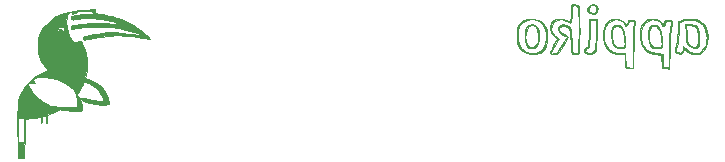
<source format=gbo>
G04 #@! TF.GenerationSoftware,KiCad,Pcbnew,5.1.4-e60b266~84~ubuntu18.04.1*
G04 #@! TF.CreationDate,2019-09-12T19:10:06+05:30*
G04 #@! TF.ProjectId,SenseCam_SFH4715AS_rev1,53656e73-6543-4616-9d5f-534648343731,rev?*
G04 #@! TF.SameCoordinates,Original*
G04 #@! TF.FileFunction,Legend,Bot*
G04 #@! TF.FilePolarity,Positive*
%FSLAX46Y46*%
G04 Gerber Fmt 4.6, Leading zero omitted, Abs format (unit mm)*
G04 Created by KiCad (PCBNEW 5.1.4-e60b266~84~ubuntu18.04.1) date 2019-09-12 19:10:06*
%MOMM*%
%LPD*%
G04 APERTURE LIST*
%ADD10C,0.010000*%
G04 APERTURE END LIST*
D10*
G36*
X55660086Y-13058463D02*
G01*
X55457113Y-13252763D01*
X55345494Y-13581929D01*
X55323211Y-14050323D01*
X55343168Y-14321177D01*
X55400167Y-14674849D01*
X55498223Y-14890187D01*
X55661960Y-14997392D01*
X55916004Y-15026665D01*
X55918416Y-15026666D01*
X56167738Y-14997706D01*
X56328688Y-14887341D01*
X56391147Y-14803257D01*
X56489524Y-14559845D01*
X56533722Y-14197548D01*
X56534999Y-14134842D01*
X56461538Y-14134842D01*
X56419734Y-14468279D01*
X56329573Y-14719898D01*
X56291592Y-14772013D01*
X56070440Y-14911168D01*
X55820016Y-14920994D01*
X55600629Y-14807981D01*
X55511013Y-14688000D01*
X55421563Y-14393662D01*
X55398040Y-14040937D01*
X55434262Y-13683199D01*
X55524047Y-13373820D01*
X55661213Y-13166173D01*
X55689842Y-13144129D01*
X55920062Y-13081894D01*
X56166466Y-13150836D01*
X56295310Y-13253428D01*
X56399475Y-13466437D01*
X56454835Y-13780568D01*
X56461538Y-14134842D01*
X56534999Y-14134842D01*
X56537530Y-14010666D01*
X56506617Y-13552512D01*
X56408740Y-13239505D01*
X56236188Y-13058167D01*
X55981251Y-12995016D01*
X55956430Y-12994666D01*
X55660086Y-13058463D01*
X55660086Y-13058463D01*
G37*
X55660086Y-13058463D02*
X55457113Y-13252763D01*
X55345494Y-13581929D01*
X55323211Y-14050323D01*
X55343168Y-14321177D01*
X55400167Y-14674849D01*
X55498223Y-14890187D01*
X55661960Y-14997392D01*
X55916004Y-15026665D01*
X55918416Y-15026666D01*
X56167738Y-14997706D01*
X56328688Y-14887341D01*
X56391147Y-14803257D01*
X56489524Y-14559845D01*
X56533722Y-14197548D01*
X56534999Y-14134842D01*
X56461538Y-14134842D01*
X56419734Y-14468279D01*
X56329573Y-14719898D01*
X56291592Y-14772013D01*
X56070440Y-14911168D01*
X55820016Y-14920994D01*
X55600629Y-14807981D01*
X55511013Y-14688000D01*
X55421563Y-14393662D01*
X55398040Y-14040937D01*
X55434262Y-13683199D01*
X55524047Y-13373820D01*
X55661213Y-13166173D01*
X55689842Y-13144129D01*
X55920062Y-13081894D01*
X56166466Y-13150836D01*
X56295310Y-13253428D01*
X56399475Y-13466437D01*
X56454835Y-13780568D01*
X56461538Y-14134842D01*
X56534999Y-14134842D01*
X56537530Y-14010666D01*
X56506617Y-13552512D01*
X56408740Y-13239505D01*
X56236188Y-13058167D01*
X55981251Y-12995016D01*
X55956430Y-12994666D01*
X55660086Y-13058463D01*
G36*
X68694667Y-14899666D02*
G01*
X68737000Y-14942000D01*
X68779334Y-14899666D01*
X68737000Y-14857333D01*
X68694667Y-14899666D01*
X68694667Y-14899666D01*
G37*
X68694667Y-14899666D02*
X68737000Y-14942000D01*
X68779334Y-14899666D01*
X68737000Y-14857333D01*
X68694667Y-14899666D01*
G36*
X68961410Y-13750601D02*
G01*
X68985343Y-14151466D01*
X69025785Y-14426898D01*
X69091848Y-14620634D01*
X69168705Y-14745434D01*
X69381655Y-14933283D01*
X69630276Y-15013810D01*
X69860933Y-14977293D01*
X69971879Y-14891027D01*
X70048452Y-14703570D01*
X70089769Y-14405368D01*
X70096827Y-14051085D01*
X70096665Y-14048876D01*
X70007000Y-14048876D01*
X69975807Y-14490250D01*
X69885977Y-14787726D01*
X69743132Y-14936079D01*
X69552896Y-14930084D01*
X69320893Y-14764515D01*
X69280926Y-14723562D01*
X69176285Y-14590314D01*
X69110410Y-14432203D01*
X69071733Y-14203410D01*
X69048687Y-13858115D01*
X69045812Y-13792229D01*
X69015957Y-13079333D01*
X69350190Y-13079333D01*
X69641785Y-13115288D01*
X69837607Y-13237970D01*
X69952713Y-13469603D01*
X70002159Y-13832413D01*
X70007000Y-14048876D01*
X70096665Y-14048876D01*
X70070618Y-13695386D01*
X70012138Y-13392933D01*
X69941549Y-13224132D01*
X69826779Y-13084334D01*
X69681971Y-13016137D01*
X69445890Y-12995311D01*
X69361625Y-12994666D01*
X68931819Y-12994666D01*
X68961410Y-13750601D01*
X68961410Y-13750601D01*
G37*
X68961410Y-13750601D02*
X68985343Y-14151466D01*
X69025785Y-14426898D01*
X69091848Y-14620634D01*
X69168705Y-14745434D01*
X69381655Y-14933283D01*
X69630276Y-15013810D01*
X69860933Y-14977293D01*
X69971879Y-14891027D01*
X70048452Y-14703570D01*
X70089769Y-14405368D01*
X70096827Y-14051085D01*
X70096665Y-14048876D01*
X70007000Y-14048876D01*
X69975807Y-14490250D01*
X69885977Y-14787726D01*
X69743132Y-14936079D01*
X69552896Y-14930084D01*
X69320893Y-14764515D01*
X69280926Y-14723562D01*
X69176285Y-14590314D01*
X69110410Y-14432203D01*
X69071733Y-14203410D01*
X69048687Y-13858115D01*
X69045812Y-13792229D01*
X69015957Y-13079333D01*
X69350190Y-13079333D01*
X69641785Y-13115288D01*
X69837607Y-13237970D01*
X69952713Y-13469603D01*
X70002159Y-13832413D01*
X70007000Y-14048876D01*
X70096665Y-14048876D01*
X70070618Y-13695386D01*
X70012138Y-13392933D01*
X69941549Y-13224132D01*
X69826779Y-13084334D01*
X69681971Y-13016137D01*
X69445890Y-12995311D01*
X69361625Y-12994666D01*
X68931819Y-12994666D01*
X68961410Y-13750601D01*
G36*
X62953795Y-13023056D02*
G01*
X62804012Y-13118209D01*
X62713331Y-13319772D01*
X62668726Y-13651006D01*
X62658450Y-13934753D01*
X62681752Y-14386984D01*
X62777153Y-14700606D01*
X62958471Y-14895997D01*
X63239526Y-14993535D01*
X63387604Y-15010026D01*
X63629309Y-15017054D01*
X63754766Y-14981119D01*
X63815878Y-14879230D01*
X63834653Y-14811998D01*
X63854044Y-14610205D01*
X63785091Y-14610205D01*
X63755567Y-14809306D01*
X63633616Y-14920795D01*
X63424834Y-14946307D01*
X63184883Y-14891354D01*
X62969423Y-14761450D01*
X62935187Y-14728048D01*
X62826574Y-14589431D01*
X62767000Y-14430682D01*
X62743908Y-14198943D01*
X62743336Y-13920573D01*
X62763218Y-13588865D01*
X62806593Y-13328945D01*
X62858827Y-13198910D01*
X63039587Y-13093344D01*
X63256937Y-13122626D01*
X63465029Y-13273691D01*
X63555099Y-13397309D01*
X63648817Y-13633179D01*
X63724322Y-13955742D01*
X63772713Y-14302313D01*
X63785091Y-14610205D01*
X63854044Y-14610205D01*
X63864431Y-14502126D01*
X63837653Y-14110408D01*
X63764094Y-13710796D01*
X63653528Y-13377246D01*
X63641715Y-13352215D01*
X63514318Y-13140879D01*
X63364703Y-13042550D01*
X63175705Y-13011052D01*
X62953795Y-13023056D01*
X62953795Y-13023056D01*
G37*
X62953795Y-13023056D02*
X62804012Y-13118209D01*
X62713331Y-13319772D01*
X62668726Y-13651006D01*
X62658450Y-13934753D01*
X62681752Y-14386984D01*
X62777153Y-14700606D01*
X62958471Y-14895997D01*
X63239526Y-14993535D01*
X63387604Y-15010026D01*
X63629309Y-15017054D01*
X63754766Y-14981119D01*
X63815878Y-14879230D01*
X63834653Y-14811998D01*
X63854044Y-14610205D01*
X63785091Y-14610205D01*
X63755567Y-14809306D01*
X63633616Y-14920795D01*
X63424834Y-14946307D01*
X63184883Y-14891354D01*
X62969423Y-14761450D01*
X62935187Y-14728048D01*
X62826574Y-14589431D01*
X62767000Y-14430682D01*
X62743908Y-14198943D01*
X62743336Y-13920573D01*
X62763218Y-13588865D01*
X62806593Y-13328945D01*
X62858827Y-13198910D01*
X63039587Y-13093344D01*
X63256937Y-13122626D01*
X63465029Y-13273691D01*
X63555099Y-13397309D01*
X63648817Y-13633179D01*
X63724322Y-13955742D01*
X63772713Y-14302313D01*
X63785091Y-14610205D01*
X63854044Y-14610205D01*
X63864431Y-14502126D01*
X63837653Y-14110408D01*
X63764094Y-13710796D01*
X63653528Y-13377246D01*
X63641715Y-13352215D01*
X63514318Y-13140879D01*
X63364703Y-13042550D01*
X63175705Y-13011052D01*
X62953795Y-13023056D01*
G36*
X66092282Y-13017084D02*
G01*
X65949011Y-13098254D01*
X65854848Y-13284192D01*
X65786082Y-13604529D01*
X65774681Y-13678019D01*
X65761349Y-14049421D01*
X65817102Y-14424137D01*
X65928576Y-14739884D01*
X66035952Y-14895856D01*
X66219289Y-14986849D01*
X66503845Y-15026207D01*
X66540102Y-15026666D01*
X66777928Y-15014709D01*
X66900330Y-14960668D01*
X66960569Y-14837289D01*
X66968456Y-14807471D01*
X66987193Y-14610246D01*
X66917768Y-14610246D01*
X66888234Y-14809306D01*
X66768367Y-14913887D01*
X66559060Y-14944904D01*
X66321733Y-14905703D01*
X66117804Y-14799631D01*
X66081347Y-14765340D01*
X65949801Y-14556292D01*
X65862440Y-14299067D01*
X65861795Y-14295670D01*
X65837946Y-13999095D01*
X65859543Y-13676782D01*
X65917719Y-13387823D01*
X66003603Y-13191310D01*
X66032211Y-13160228D01*
X66237165Y-13085842D01*
X66460003Y-13154490D01*
X66658507Y-13350901D01*
X66687619Y-13397309D01*
X66781406Y-13633164D01*
X66856966Y-13955736D01*
X66905389Y-14302328D01*
X66917768Y-14610246D01*
X66987193Y-14610246D01*
X66997516Y-14501595D01*
X66970718Y-14113186D01*
X66897870Y-13715795D01*
X66788781Y-13382971D01*
X66774382Y-13352215D01*
X66646985Y-13140879D01*
X66497370Y-13042550D01*
X66308371Y-13011052D01*
X66092282Y-13017084D01*
X66092282Y-13017084D01*
G37*
X66092282Y-13017084D02*
X65949011Y-13098254D01*
X65854848Y-13284192D01*
X65786082Y-13604529D01*
X65774681Y-13678019D01*
X65761349Y-14049421D01*
X65817102Y-14424137D01*
X65928576Y-14739884D01*
X66035952Y-14895856D01*
X66219289Y-14986849D01*
X66503845Y-15026207D01*
X66540102Y-15026666D01*
X66777928Y-15014709D01*
X66900330Y-14960668D01*
X66960569Y-14837289D01*
X66968456Y-14807471D01*
X66987193Y-14610246D01*
X66917768Y-14610246D01*
X66888234Y-14809306D01*
X66768367Y-14913887D01*
X66559060Y-14944904D01*
X66321733Y-14905703D01*
X66117804Y-14799631D01*
X66081347Y-14765340D01*
X65949801Y-14556292D01*
X65862440Y-14299067D01*
X65861795Y-14295670D01*
X65837946Y-13999095D01*
X65859543Y-13676782D01*
X65917719Y-13387823D01*
X66003603Y-13191310D01*
X66032211Y-13160228D01*
X66237165Y-13085842D01*
X66460003Y-13154490D01*
X66658507Y-13350901D01*
X66687619Y-13397309D01*
X66781406Y-13633164D01*
X66856966Y-13955736D01*
X66905389Y-14302328D01*
X66917768Y-14610246D01*
X66987193Y-14610246D01*
X66997516Y-14501595D01*
X66970718Y-14113186D01*
X66897870Y-13715795D01*
X66788781Y-13382971D01*
X66774382Y-13352215D01*
X66646985Y-13140879D01*
X66497370Y-13042550D01*
X66308371Y-13011052D01*
X66092282Y-13017084D01*
G36*
X60826448Y-11342142D02*
G01*
X60674103Y-11518140D01*
X60642253Y-11754459D01*
X60716978Y-11950787D01*
X60870765Y-12061064D01*
X61099456Y-12107644D01*
X61315820Y-12075667D01*
X61349834Y-12058598D01*
X61460102Y-11907120D01*
X61493345Y-11689455D01*
X61389827Y-11689455D01*
X61357497Y-11891151D01*
X61327755Y-11937432D01*
X61190909Y-12047992D01*
X61027498Y-12035250D01*
X60899768Y-11975687D01*
X60762832Y-11829488D01*
X60745516Y-11643329D01*
X60823991Y-11467228D01*
X60974427Y-11351205D01*
X61172998Y-11345280D01*
X61196265Y-11353309D01*
X61329883Y-11482632D01*
X61389827Y-11689455D01*
X61493345Y-11689455D01*
X61495245Y-11677018D01*
X61447219Y-11445148D01*
X61419486Y-11393055D01*
X61287829Y-11308676D01*
X61076921Y-11273115D01*
X61074667Y-11273111D01*
X60826448Y-11342142D01*
X60826448Y-11342142D01*
G37*
X60826448Y-11342142D02*
X60674103Y-11518140D01*
X60642253Y-11754459D01*
X60716978Y-11950787D01*
X60870765Y-12061064D01*
X61099456Y-12107644D01*
X61315820Y-12075667D01*
X61349834Y-12058598D01*
X61460102Y-11907120D01*
X61493345Y-11689455D01*
X61389827Y-11689455D01*
X61357497Y-11891151D01*
X61327755Y-11937432D01*
X61190909Y-12047992D01*
X61027498Y-12035250D01*
X60899768Y-11975687D01*
X60762832Y-11829488D01*
X60745516Y-11643329D01*
X60823991Y-11467228D01*
X60974427Y-11351205D01*
X61172998Y-11345280D01*
X61196265Y-11353309D01*
X61329883Y-11482632D01*
X61389827Y-11689455D01*
X61493345Y-11689455D01*
X61495245Y-11677018D01*
X61447219Y-11445148D01*
X61419486Y-11393055D01*
X61287829Y-11308676D01*
X61076921Y-11273115D01*
X61074667Y-11273111D01*
X60826448Y-11342142D01*
G36*
X55490214Y-12532087D02*
G01*
X55122458Y-12672309D01*
X54863150Y-12934729D01*
X54706121Y-13326219D01*
X54645199Y-13853651D01*
X54644067Y-13986780D01*
X54697593Y-14543920D01*
X54853056Y-14968687D01*
X55116081Y-15267985D01*
X55492291Y-15448714D01*
X55887696Y-15513180D01*
X56253459Y-15513141D01*
X56532187Y-15448197D01*
X56672000Y-15382087D01*
X56937057Y-15146204D01*
X57122077Y-14799741D01*
X57226144Y-14381828D01*
X57233290Y-14236863D01*
X57164627Y-14236863D01*
X57081773Y-14659482D01*
X56904154Y-15021745D01*
X56642977Y-15275900D01*
X56282592Y-15416791D01*
X55869403Y-15441553D01*
X55474108Y-15349901D01*
X55337727Y-15281124D01*
X55024268Y-15024090D01*
X54828453Y-14693046D01*
X54736424Y-14258684D01*
X54724984Y-13985295D01*
X54758185Y-13505782D01*
X54868149Y-13147441D01*
X55069509Y-12873922D01*
X55223293Y-12747341D01*
X55547114Y-12607985D01*
X55939054Y-12570919D01*
X56332113Y-12636373D01*
X56571090Y-12742732D01*
X56855947Y-13006823D01*
X57050579Y-13370538D01*
X57153851Y-13793883D01*
X57164627Y-14236863D01*
X57233290Y-14236863D01*
X57248340Y-13931599D01*
X57187748Y-13488184D01*
X57043452Y-13090715D01*
X56814534Y-12778325D01*
X56734589Y-12711013D01*
X56464682Y-12581410D01*
X56072814Y-12514168D01*
X55972589Y-12507191D01*
X55490214Y-12532087D01*
X55490214Y-12532087D01*
G37*
X55490214Y-12532087D02*
X55122458Y-12672309D01*
X54863150Y-12934729D01*
X54706121Y-13326219D01*
X54645199Y-13853651D01*
X54644067Y-13986780D01*
X54697593Y-14543920D01*
X54853056Y-14968687D01*
X55116081Y-15267985D01*
X55492291Y-15448714D01*
X55887696Y-15513180D01*
X56253459Y-15513141D01*
X56532187Y-15448197D01*
X56672000Y-15382087D01*
X56937057Y-15146204D01*
X57122077Y-14799741D01*
X57226144Y-14381828D01*
X57233290Y-14236863D01*
X57164627Y-14236863D01*
X57081773Y-14659482D01*
X56904154Y-15021745D01*
X56642977Y-15275900D01*
X56282592Y-15416791D01*
X55869403Y-15441553D01*
X55474108Y-15349901D01*
X55337727Y-15281124D01*
X55024268Y-15024090D01*
X54828453Y-14693046D01*
X54736424Y-14258684D01*
X54724984Y-13985295D01*
X54758185Y-13505782D01*
X54868149Y-13147441D01*
X55069509Y-12873922D01*
X55223293Y-12747341D01*
X55547114Y-12607985D01*
X55939054Y-12570919D01*
X56332113Y-12636373D01*
X56571090Y-12742732D01*
X56855947Y-13006823D01*
X57050579Y-13370538D01*
X57153851Y-13793883D01*
X57164627Y-14236863D01*
X57233290Y-14236863D01*
X57248340Y-13931599D01*
X57187748Y-13488184D01*
X57043452Y-13090715D01*
X56814534Y-12778325D01*
X56734589Y-12711013D01*
X56464682Y-12581410D01*
X56072814Y-12514168D01*
X55972589Y-12507191D01*
X55490214Y-12532087D01*
G36*
X59317834Y-11291961D02*
G01*
X59262944Y-11353894D01*
X59229013Y-11540048D01*
X59213573Y-11868542D01*
X59212000Y-12069380D01*
X59209347Y-12428763D01*
X59197930Y-12644376D01*
X59172560Y-12741746D01*
X59128051Y-12746397D01*
X59082279Y-12707706D01*
X58859320Y-12580091D01*
X58537794Y-12509324D01*
X58182349Y-12507148D01*
X58068360Y-12523534D01*
X57765713Y-12657072D01*
X57568810Y-12914254D01*
X57489531Y-13277784D01*
X57488965Y-13367030D01*
X57521987Y-13616060D01*
X57631775Y-13807949D01*
X57798207Y-13969601D01*
X58098455Y-14229145D01*
X57759806Y-14761776D01*
X57601362Y-15035318D01*
X57496383Y-15264659D01*
X57464896Y-15405113D01*
X57467255Y-15414537D01*
X57580809Y-15503915D01*
X57783266Y-15531033D01*
X58005481Y-15494415D01*
X58137445Y-15428833D01*
X58249695Y-15304301D01*
X58406731Y-15080265D01*
X58582041Y-14801349D01*
X58749114Y-14512183D01*
X58881439Y-14257391D01*
X58952504Y-14081602D01*
X58958000Y-14047583D01*
X58888378Y-13939288D01*
X58717286Y-13820647D01*
X58682049Y-13802997D01*
X58417575Y-13633584D01*
X58266885Y-13444063D01*
X58249588Y-13264315D01*
X58286173Y-13199698D01*
X58475950Y-13088498D01*
X58717298Y-13096069D01*
X58949831Y-13214146D01*
X59036522Y-13302418D01*
X59114495Y-13420828D01*
X59165553Y-13563418D01*
X59195171Y-13766900D01*
X59208826Y-14067985D01*
X59212000Y-14478692D01*
X59215744Y-14904929D01*
X59229517Y-15190572D01*
X59257138Y-15364248D01*
X59302421Y-15454583D01*
X59345925Y-15483274D01*
X59646775Y-15524982D01*
X59868167Y-15478593D01*
X59903997Y-15422134D01*
X59931369Y-15274817D01*
X59951104Y-15020907D01*
X59964023Y-14644669D01*
X59970947Y-14130367D01*
X59972704Y-13474444D01*
X59970266Y-13010324D01*
X59889345Y-13010324D01*
X59889334Y-13401231D01*
X59886801Y-13957747D01*
X59879701Y-14456986D01*
X59868780Y-14874249D01*
X59854785Y-15184836D01*
X59838462Y-15364048D01*
X59829002Y-15397442D01*
X59707075Y-15434526D01*
X59553836Y-15432720D01*
X59463605Y-15417286D01*
X59401692Y-15376744D01*
X59361090Y-15282392D01*
X59334793Y-15105528D01*
X59315795Y-14817453D01*
X59297091Y-14389464D01*
X59296667Y-14379173D01*
X59266602Y-13860113D01*
X59218140Y-13487157D01*
X59139819Y-13237221D01*
X59020176Y-13087218D01*
X58847746Y-13014062D01*
X58611066Y-12994667D01*
X58609190Y-12994666D01*
X58341647Y-13051063D01*
X58188831Y-13195253D01*
X58151566Y-13389730D01*
X58230672Y-13596991D01*
X58426973Y-13779533D01*
X58590282Y-13857664D01*
X58777451Y-13940829D01*
X58870918Y-14012698D01*
X58873334Y-14021607D01*
X58832087Y-14125387D01*
X58725170Y-14328859D01*
X58577816Y-14588851D01*
X58415257Y-14862189D01*
X58262729Y-15105701D01*
X58145463Y-15276214D01*
X58125072Y-15301833D01*
X57998243Y-15383462D01*
X57813568Y-15439187D01*
X57635309Y-15458013D01*
X57527730Y-15428944D01*
X57518667Y-15405591D01*
X57560719Y-15317640D01*
X57671836Y-15125960D01*
X57829460Y-14869226D01*
X57857334Y-14824942D01*
X58021071Y-14555550D01*
X58141295Y-14338434D01*
X58195078Y-14215369D01*
X58196000Y-14207939D01*
X58133849Y-14109582D01*
X57980160Y-13968696D01*
X57937745Y-13936241D01*
X57668950Y-13661820D01*
X57560980Y-13360537D01*
X57611179Y-13060393D01*
X57811282Y-12773005D01*
X58102428Y-12608000D01*
X58450656Y-12573540D01*
X58822001Y-12677782D01*
X58939375Y-12741284D01*
X59090130Y-12826075D01*
X59190385Y-12845969D01*
X59251960Y-12778374D01*
X59286670Y-12600701D01*
X59306333Y-12290359D01*
X59316164Y-12021000D01*
X59330949Y-11684601D01*
X59353697Y-11484852D01*
X59394036Y-11389079D01*
X59461596Y-11364605D01*
X59508334Y-11368855D01*
X59629274Y-11388046D01*
X59721477Y-11418828D01*
X59788840Y-11481976D01*
X59835256Y-11598264D01*
X59864620Y-11788469D01*
X59880826Y-12073363D01*
X59887770Y-12473724D01*
X59889345Y-13010324D01*
X59970266Y-13010324D01*
X59969746Y-12911499D01*
X59962159Y-12403251D01*
X59950718Y-11974829D01*
X59936197Y-11651363D01*
X59919373Y-11457985D01*
X59909204Y-11415835D01*
X59774803Y-11334420D01*
X59537177Y-11290780D01*
X59317834Y-11291961D01*
X59317834Y-11291961D01*
G37*
X59317834Y-11291961D02*
X59262944Y-11353894D01*
X59229013Y-11540048D01*
X59213573Y-11868542D01*
X59212000Y-12069380D01*
X59209347Y-12428763D01*
X59197930Y-12644376D01*
X59172560Y-12741746D01*
X59128051Y-12746397D01*
X59082279Y-12707706D01*
X58859320Y-12580091D01*
X58537794Y-12509324D01*
X58182349Y-12507148D01*
X58068360Y-12523534D01*
X57765713Y-12657072D01*
X57568810Y-12914254D01*
X57489531Y-13277784D01*
X57488965Y-13367030D01*
X57521987Y-13616060D01*
X57631775Y-13807949D01*
X57798207Y-13969601D01*
X58098455Y-14229145D01*
X57759806Y-14761776D01*
X57601362Y-15035318D01*
X57496383Y-15264659D01*
X57464896Y-15405113D01*
X57467255Y-15414537D01*
X57580809Y-15503915D01*
X57783266Y-15531033D01*
X58005481Y-15494415D01*
X58137445Y-15428833D01*
X58249695Y-15304301D01*
X58406731Y-15080265D01*
X58582041Y-14801349D01*
X58749114Y-14512183D01*
X58881439Y-14257391D01*
X58952504Y-14081602D01*
X58958000Y-14047583D01*
X58888378Y-13939288D01*
X58717286Y-13820647D01*
X58682049Y-13802997D01*
X58417575Y-13633584D01*
X58266885Y-13444063D01*
X58249588Y-13264315D01*
X58286173Y-13199698D01*
X58475950Y-13088498D01*
X58717298Y-13096069D01*
X58949831Y-13214146D01*
X59036522Y-13302418D01*
X59114495Y-13420828D01*
X59165553Y-13563418D01*
X59195171Y-13766900D01*
X59208826Y-14067985D01*
X59212000Y-14478692D01*
X59215744Y-14904929D01*
X59229517Y-15190572D01*
X59257138Y-15364248D01*
X59302421Y-15454583D01*
X59345925Y-15483274D01*
X59646775Y-15524982D01*
X59868167Y-15478593D01*
X59903997Y-15422134D01*
X59931369Y-15274817D01*
X59951104Y-15020907D01*
X59964023Y-14644669D01*
X59970947Y-14130367D01*
X59972704Y-13474444D01*
X59970266Y-13010324D01*
X59889345Y-13010324D01*
X59889334Y-13401231D01*
X59886801Y-13957747D01*
X59879701Y-14456986D01*
X59868780Y-14874249D01*
X59854785Y-15184836D01*
X59838462Y-15364048D01*
X59829002Y-15397442D01*
X59707075Y-15434526D01*
X59553836Y-15432720D01*
X59463605Y-15417286D01*
X59401692Y-15376744D01*
X59361090Y-15282392D01*
X59334793Y-15105528D01*
X59315795Y-14817453D01*
X59297091Y-14389464D01*
X59296667Y-14379173D01*
X59266602Y-13860113D01*
X59218140Y-13487157D01*
X59139819Y-13237221D01*
X59020176Y-13087218D01*
X58847746Y-13014062D01*
X58611066Y-12994667D01*
X58609190Y-12994666D01*
X58341647Y-13051063D01*
X58188831Y-13195253D01*
X58151566Y-13389730D01*
X58230672Y-13596991D01*
X58426973Y-13779533D01*
X58590282Y-13857664D01*
X58777451Y-13940829D01*
X58870918Y-14012698D01*
X58873334Y-14021607D01*
X58832087Y-14125387D01*
X58725170Y-14328859D01*
X58577816Y-14588851D01*
X58415257Y-14862189D01*
X58262729Y-15105701D01*
X58145463Y-15276214D01*
X58125072Y-15301833D01*
X57998243Y-15383462D01*
X57813568Y-15439187D01*
X57635309Y-15458013D01*
X57527730Y-15428944D01*
X57518667Y-15405591D01*
X57560719Y-15317640D01*
X57671836Y-15125960D01*
X57829460Y-14869226D01*
X57857334Y-14824942D01*
X58021071Y-14555550D01*
X58141295Y-14338434D01*
X58195078Y-14215369D01*
X58196000Y-14207939D01*
X58133849Y-14109582D01*
X57980160Y-13968696D01*
X57937745Y-13936241D01*
X57668950Y-13661820D01*
X57560980Y-13360537D01*
X57611179Y-13060393D01*
X57811282Y-12773005D01*
X58102428Y-12608000D01*
X58450656Y-12573540D01*
X58822001Y-12677782D01*
X58939375Y-12741284D01*
X59090130Y-12826075D01*
X59190385Y-12845969D01*
X59251960Y-12778374D01*
X59286670Y-12600701D01*
X59306333Y-12290359D01*
X59316164Y-12021000D01*
X59330949Y-11684601D01*
X59353697Y-11484852D01*
X59394036Y-11389079D01*
X59461596Y-11364605D01*
X59508334Y-11368855D01*
X59629274Y-11388046D01*
X59721477Y-11418828D01*
X59788840Y-11481976D01*
X59835256Y-11598264D01*
X59864620Y-11788469D01*
X59880826Y-12073363D01*
X59887770Y-12473724D01*
X59889345Y-13010324D01*
X59970266Y-13010324D01*
X59969746Y-12911499D01*
X59962159Y-12403251D01*
X59950718Y-11974829D01*
X59936197Y-11651363D01*
X59919373Y-11457985D01*
X59909204Y-11415835D01*
X59774803Y-11334420D01*
X59537177Y-11290780D01*
X59317834Y-11291961D01*
G36*
X60736000Y-13722259D02*
G01*
X60734283Y-14185675D01*
X60726667Y-14507064D01*
X60709458Y-14713718D01*
X60678963Y-14832929D01*
X60631486Y-14891990D01*
X60574495Y-14915420D01*
X60416174Y-15028961D01*
X60366436Y-15213746D01*
X60442849Y-15398227D01*
X60453252Y-15409156D01*
X60672908Y-15518665D01*
X60949586Y-15503090D01*
X61117000Y-15433494D01*
X61279600Y-15317891D01*
X61348537Y-15245569D01*
X61370260Y-15132526D01*
X61388851Y-14882002D01*
X61402849Y-14525838D01*
X61410793Y-14095878D01*
X61412037Y-13862500D01*
X61413248Y-12656000D01*
X61328667Y-12656000D01*
X61328667Y-13880368D01*
X61327126Y-14362157D01*
X61319889Y-14704184D01*
X61303034Y-14936008D01*
X61272641Y-15087190D01*
X61224789Y-15187292D01*
X61155556Y-15265874D01*
X61143369Y-15277368D01*
X60907708Y-15418985D01*
X60668606Y-15438933D01*
X60505550Y-15355016D01*
X60447602Y-15211157D01*
X60498724Y-15075378D01*
X60609000Y-15026666D01*
X60690642Y-15002742D01*
X60748809Y-14915698D01*
X60787179Y-14742625D01*
X60809427Y-14460615D01*
X60819229Y-14046759D01*
X60820667Y-13707408D01*
X60820667Y-12656000D01*
X61328667Y-12656000D01*
X61413248Y-12656000D01*
X61413334Y-12571333D01*
X60736000Y-12571333D01*
X60736000Y-13722259D01*
X60736000Y-13722259D01*
G37*
X60736000Y-13722259D02*
X60734283Y-14185675D01*
X60726667Y-14507064D01*
X60709458Y-14713718D01*
X60678963Y-14832929D01*
X60631486Y-14891990D01*
X60574495Y-14915420D01*
X60416174Y-15028961D01*
X60366436Y-15213746D01*
X60442849Y-15398227D01*
X60453252Y-15409156D01*
X60672908Y-15518665D01*
X60949586Y-15503090D01*
X61117000Y-15433494D01*
X61279600Y-15317891D01*
X61348537Y-15245569D01*
X61370260Y-15132526D01*
X61388851Y-14882002D01*
X61402849Y-14525838D01*
X61410793Y-14095878D01*
X61412037Y-13862500D01*
X61413248Y-12656000D01*
X61328667Y-12656000D01*
X61328667Y-13880368D01*
X61327126Y-14362157D01*
X61319889Y-14704184D01*
X61303034Y-14936008D01*
X61272641Y-15087190D01*
X61224789Y-15187292D01*
X61155556Y-15265874D01*
X61143369Y-15277368D01*
X60907708Y-15418985D01*
X60668606Y-15438933D01*
X60505550Y-15355016D01*
X60447602Y-15211157D01*
X60498724Y-15075378D01*
X60609000Y-15026666D01*
X60690642Y-15002742D01*
X60748809Y-14915698D01*
X60787179Y-14742625D01*
X60809427Y-14460615D01*
X60819229Y-14046759D01*
X60820667Y-13707408D01*
X60820667Y-12656000D01*
X61328667Y-12656000D01*
X61413248Y-12656000D01*
X61413334Y-12571333D01*
X60736000Y-12571333D01*
X60736000Y-13722259D01*
G36*
X68760265Y-12565652D02*
G01*
X68698835Y-12578349D01*
X68271334Y-12670031D01*
X68269314Y-13530849D01*
X68260190Y-14022143D01*
X68230058Y-14407442D01*
X68170799Y-14749593D01*
X68074293Y-15111442D01*
X68058318Y-15164087D01*
X68049238Y-15297253D01*
X68149348Y-15387486D01*
X68284608Y-15441940D01*
X68512425Y-15485938D01*
X68670349Y-15409474D01*
X68801605Y-15189728D01*
X68813295Y-15162826D01*
X68886801Y-15136996D01*
X68971415Y-15213838D01*
X69213503Y-15395608D01*
X69546538Y-15503983D01*
X69902417Y-15523687D01*
X70134000Y-15474601D01*
X70433459Y-15277254D01*
X70652053Y-14945827D01*
X70780241Y-14499818D01*
X70811334Y-14090505D01*
X70809129Y-14069725D01*
X70726667Y-14069725D01*
X70705265Y-14425512D01*
X70648591Y-14726862D01*
X70601359Y-14854062D01*
X70357991Y-15180143D01*
X70047376Y-15382187D01*
X69703659Y-15446658D01*
X69360986Y-15360025D01*
X69345268Y-15351896D01*
X69151251Y-15209800D01*
X69052184Y-15101443D01*
X68916275Y-15004631D01*
X68774359Y-15016194D01*
X68696499Y-15126155D01*
X68694667Y-15152358D01*
X68624983Y-15313449D01*
X68455501Y-15384889D01*
X68303171Y-15362258D01*
X68202613Y-15313156D01*
X68163830Y-15235978D01*
X68181091Y-15084105D01*
X68239671Y-14845557D01*
X68292235Y-14553957D01*
X68332439Y-14161573D01*
X68354000Y-13736844D01*
X68356000Y-13577940D01*
X68358008Y-13176898D01*
X68382414Y-12913228D01*
X68456791Y-12755047D01*
X68608713Y-12670472D01*
X68865753Y-12627619D01*
X69202667Y-12598952D01*
X69522514Y-12581854D01*
X69738907Y-12602409D01*
X69915743Y-12672441D01*
X70047319Y-12755257D01*
X70408443Y-13066238D01*
X70625772Y-13424162D01*
X70719368Y-13867850D01*
X70726667Y-14069725D01*
X70809129Y-14069725D01*
X70751377Y-13525540D01*
X70573893Y-13081488D01*
X70282461Y-12760912D01*
X69880659Y-12566372D01*
X69372068Y-12500432D01*
X68760265Y-12565652D01*
X68760265Y-12565652D01*
G37*
X68760265Y-12565652D02*
X68698835Y-12578349D01*
X68271334Y-12670031D01*
X68269314Y-13530849D01*
X68260190Y-14022143D01*
X68230058Y-14407442D01*
X68170799Y-14749593D01*
X68074293Y-15111442D01*
X68058318Y-15164087D01*
X68049238Y-15297253D01*
X68149348Y-15387486D01*
X68284608Y-15441940D01*
X68512425Y-15485938D01*
X68670349Y-15409474D01*
X68801605Y-15189728D01*
X68813295Y-15162826D01*
X68886801Y-15136996D01*
X68971415Y-15213838D01*
X69213503Y-15395608D01*
X69546538Y-15503983D01*
X69902417Y-15523687D01*
X70134000Y-15474601D01*
X70433459Y-15277254D01*
X70652053Y-14945827D01*
X70780241Y-14499818D01*
X70811334Y-14090505D01*
X70809129Y-14069725D01*
X70726667Y-14069725D01*
X70705265Y-14425512D01*
X70648591Y-14726862D01*
X70601359Y-14854062D01*
X70357991Y-15180143D01*
X70047376Y-15382187D01*
X69703659Y-15446658D01*
X69360986Y-15360025D01*
X69345268Y-15351896D01*
X69151251Y-15209800D01*
X69052184Y-15101443D01*
X68916275Y-15004631D01*
X68774359Y-15016194D01*
X68696499Y-15126155D01*
X68694667Y-15152358D01*
X68624983Y-15313449D01*
X68455501Y-15384889D01*
X68303171Y-15362258D01*
X68202613Y-15313156D01*
X68163830Y-15235978D01*
X68181091Y-15084105D01*
X68239671Y-14845557D01*
X68292235Y-14553957D01*
X68332439Y-14161573D01*
X68354000Y-13736844D01*
X68356000Y-13577940D01*
X68358008Y-13176898D01*
X68382414Y-12913228D01*
X68456791Y-12755047D01*
X68608713Y-12670472D01*
X68865753Y-12627619D01*
X69202667Y-12598952D01*
X69522514Y-12581854D01*
X69738907Y-12602409D01*
X69915743Y-12672441D01*
X70047319Y-12755257D01*
X70408443Y-13066238D01*
X70625772Y-13424162D01*
X70719368Y-13867850D01*
X70726667Y-14069725D01*
X70809129Y-14069725D01*
X70751377Y-13525540D01*
X70573893Y-13081488D01*
X70282461Y-12760912D01*
X69880659Y-12566372D01*
X69372068Y-12500432D01*
X68760265Y-12565652D01*
G36*
X62786363Y-12519334D02*
G01*
X62459545Y-12644541D01*
X62209949Y-12894522D01*
X62038550Y-13256601D01*
X61951249Y-13689756D01*
X61953946Y-14152959D01*
X62052543Y-14605188D01*
X62145707Y-14826405D01*
X62391832Y-15138578D01*
X62751317Y-15376559D01*
X63174775Y-15512918D01*
X63420940Y-15534666D01*
X63784000Y-15534666D01*
X63784000Y-16075941D01*
X63794732Y-16393653D01*
X63832133Y-16577634D01*
X63904008Y-16662430D01*
X63917925Y-16668608D01*
X64126203Y-16713002D01*
X64343867Y-16712081D01*
X64486315Y-16666593D01*
X64489556Y-16663555D01*
X64507212Y-16564957D01*
X64522610Y-16324291D01*
X64534823Y-15968816D01*
X64542927Y-15525791D01*
X64545996Y-15022476D01*
X64546000Y-15001211D01*
X64551617Y-14383107D01*
X64567668Y-13852427D01*
X64592955Y-13432767D01*
X64626279Y-13147722D01*
X64644232Y-13067443D01*
X64705265Y-12831856D01*
X64703315Y-12819274D01*
X64606927Y-12819274D01*
X64592734Y-12971598D01*
X64557453Y-13082875D01*
X64521612Y-13276637D01*
X64493205Y-13619474D01*
X64473242Y-14091246D01*
X64462731Y-14671817D01*
X64461334Y-15002331D01*
X64461334Y-16646062D01*
X63911000Y-16593000D01*
X63860930Y-15450000D01*
X63475428Y-15450000D01*
X63159684Y-15417284D01*
X62856666Y-15336063D01*
X62794407Y-15309767D01*
X62466266Y-15078846D01*
X62230771Y-14761737D01*
X62085258Y-14387571D01*
X62027064Y-13985478D01*
X62053525Y-13584591D01*
X62161977Y-13214041D01*
X62349756Y-12902958D01*
X62614199Y-12680473D01*
X62952640Y-12575719D01*
X63044819Y-12571333D01*
X63299722Y-12618942D01*
X63543623Y-12738872D01*
X63722711Y-12896775D01*
X63784000Y-13043145D01*
X63825155Y-13141956D01*
X63922803Y-13119869D01*
X64038219Y-12996012D01*
X64096398Y-12888833D01*
X64230165Y-12698486D01*
X64401469Y-12670201D01*
X64536286Y-12732871D01*
X64606927Y-12819274D01*
X64703315Y-12819274D01*
X64685839Y-12706565D01*
X64558614Y-12641080D01*
X64393452Y-12604323D01*
X64199297Y-12585987D01*
X64095086Y-12658653D01*
X64040001Y-12777738D01*
X63953751Y-13004593D01*
X63758060Y-12777090D01*
X63496520Y-12591077D01*
X63152662Y-12503121D01*
X62786363Y-12519334D01*
X62786363Y-12519334D01*
G37*
X62786363Y-12519334D02*
X62459545Y-12644541D01*
X62209949Y-12894522D01*
X62038550Y-13256601D01*
X61951249Y-13689756D01*
X61953946Y-14152959D01*
X62052543Y-14605188D01*
X62145707Y-14826405D01*
X62391832Y-15138578D01*
X62751317Y-15376559D01*
X63174775Y-15512918D01*
X63420940Y-15534666D01*
X63784000Y-15534666D01*
X63784000Y-16075941D01*
X63794732Y-16393653D01*
X63832133Y-16577634D01*
X63904008Y-16662430D01*
X63917925Y-16668608D01*
X64126203Y-16713002D01*
X64343867Y-16712081D01*
X64486315Y-16666593D01*
X64489556Y-16663555D01*
X64507212Y-16564957D01*
X64522610Y-16324291D01*
X64534823Y-15968816D01*
X64542927Y-15525791D01*
X64545996Y-15022476D01*
X64546000Y-15001211D01*
X64551617Y-14383107D01*
X64567668Y-13852427D01*
X64592955Y-13432767D01*
X64626279Y-13147722D01*
X64644232Y-13067443D01*
X64705265Y-12831856D01*
X64703315Y-12819274D01*
X64606927Y-12819274D01*
X64592734Y-12971598D01*
X64557453Y-13082875D01*
X64521612Y-13276637D01*
X64493205Y-13619474D01*
X64473242Y-14091246D01*
X64462731Y-14671817D01*
X64461334Y-15002331D01*
X64461334Y-16646062D01*
X63911000Y-16593000D01*
X63860930Y-15450000D01*
X63475428Y-15450000D01*
X63159684Y-15417284D01*
X62856666Y-15336063D01*
X62794407Y-15309767D01*
X62466266Y-15078846D01*
X62230771Y-14761737D01*
X62085258Y-14387571D01*
X62027064Y-13985478D01*
X62053525Y-13584591D01*
X62161977Y-13214041D01*
X62349756Y-12902958D01*
X62614199Y-12680473D01*
X62952640Y-12575719D01*
X63044819Y-12571333D01*
X63299722Y-12618942D01*
X63543623Y-12738872D01*
X63722711Y-12896775D01*
X63784000Y-13043145D01*
X63825155Y-13141956D01*
X63922803Y-13119869D01*
X64038219Y-12996012D01*
X64096398Y-12888833D01*
X64230165Y-12698486D01*
X64401469Y-12670201D01*
X64536286Y-12732871D01*
X64606927Y-12819274D01*
X64703315Y-12819274D01*
X64685839Y-12706565D01*
X64558614Y-12641080D01*
X64393452Y-12604323D01*
X64199297Y-12585987D01*
X64095086Y-12658653D01*
X64040001Y-12777738D01*
X63953751Y-13004593D01*
X63758060Y-12777090D01*
X63496520Y-12591077D01*
X63152662Y-12503121D01*
X62786363Y-12519334D01*
G36*
X65796943Y-12544874D02*
G01*
X65510377Y-12688619D01*
X65422757Y-12772266D01*
X65200470Y-13145163D01*
X65084087Y-13592238D01*
X65070307Y-14069854D01*
X65155828Y-14534375D01*
X65337348Y-14942165D01*
X65610098Y-15248469D01*
X65897887Y-15409092D01*
X66267708Y-15496601D01*
X66402053Y-15511521D01*
X66909452Y-15557530D01*
X66959000Y-16677666D01*
X67265596Y-16703294D01*
X67572191Y-16728921D01*
X67617524Y-15052294D01*
X67639356Y-14439233D01*
X67668746Y-13905597D01*
X67703821Y-13475940D01*
X67742708Y-13174818D01*
X67769612Y-13058238D01*
X67836771Y-12827318D01*
X67830155Y-12786464D01*
X67729603Y-12786464D01*
X67725088Y-12939328D01*
X67623899Y-13418337D01*
X67554524Y-14057711D01*
X67517494Y-14851398D01*
X67511036Y-15386500D01*
X67509334Y-16635333D01*
X67001334Y-16635333D01*
X67001334Y-15470352D01*
X66508964Y-15434737D01*
X66014365Y-15336120D01*
X65633857Y-15116053D01*
X65356919Y-14767743D01*
X65299994Y-14654042D01*
X65155217Y-14163304D01*
X65150761Y-13670812D01*
X65281812Y-13215715D01*
X65520399Y-12861075D01*
X65733463Y-12669418D01*
X65938400Y-12585721D01*
X66132080Y-12571333D01*
X66414643Y-12617032D01*
X66672712Y-12734102D01*
X66856333Y-12892501D01*
X66916667Y-13043145D01*
X66984575Y-13150030D01*
X67043667Y-13164000D01*
X67148709Y-13094107D01*
X67170667Y-13005033D01*
X67241514Y-12800976D01*
X67416928Y-12691463D01*
X67597678Y-12699500D01*
X67729603Y-12786464D01*
X67830155Y-12786464D01*
X67816862Y-12704386D01*
X67682275Y-12638879D01*
X67521203Y-12603340D01*
X67326375Y-12583419D01*
X67220669Y-12655564D01*
X67151223Y-12808185D01*
X67080843Y-12977468D01*
X67031786Y-13001979D01*
X66968029Y-12896274D01*
X66962178Y-12884562D01*
X66768620Y-12669777D01*
X66476362Y-12539122D01*
X66135704Y-12496264D01*
X65796943Y-12544874D01*
X65796943Y-12544874D01*
G37*
X65796943Y-12544874D02*
X65510377Y-12688619D01*
X65422757Y-12772266D01*
X65200470Y-13145163D01*
X65084087Y-13592238D01*
X65070307Y-14069854D01*
X65155828Y-14534375D01*
X65337348Y-14942165D01*
X65610098Y-15248469D01*
X65897887Y-15409092D01*
X66267708Y-15496601D01*
X66402053Y-15511521D01*
X66909452Y-15557530D01*
X66959000Y-16677666D01*
X67265596Y-16703294D01*
X67572191Y-16728921D01*
X67617524Y-15052294D01*
X67639356Y-14439233D01*
X67668746Y-13905597D01*
X67703821Y-13475940D01*
X67742708Y-13174818D01*
X67769612Y-13058238D01*
X67836771Y-12827318D01*
X67830155Y-12786464D01*
X67729603Y-12786464D01*
X67725088Y-12939328D01*
X67623899Y-13418337D01*
X67554524Y-14057711D01*
X67517494Y-14851398D01*
X67511036Y-15386500D01*
X67509334Y-16635333D01*
X67001334Y-16635333D01*
X67001334Y-15470352D01*
X66508964Y-15434737D01*
X66014365Y-15336120D01*
X65633857Y-15116053D01*
X65356919Y-14767743D01*
X65299994Y-14654042D01*
X65155217Y-14163304D01*
X65150761Y-13670812D01*
X65281812Y-13215715D01*
X65520399Y-12861075D01*
X65733463Y-12669418D01*
X65938400Y-12585721D01*
X66132080Y-12571333D01*
X66414643Y-12617032D01*
X66672712Y-12734102D01*
X66856333Y-12892501D01*
X66916667Y-13043145D01*
X66984575Y-13150030D01*
X67043667Y-13164000D01*
X67148709Y-13094107D01*
X67170667Y-13005033D01*
X67241514Y-12800976D01*
X67416928Y-12691463D01*
X67597678Y-12699500D01*
X67729603Y-12786464D01*
X67830155Y-12786464D01*
X67816862Y-12704386D01*
X67682275Y-12638879D01*
X67521203Y-12603340D01*
X67326375Y-12583419D01*
X67220669Y-12655564D01*
X67151223Y-12808185D01*
X67080843Y-12977468D01*
X67031786Y-13001979D01*
X66968029Y-12896274D01*
X66962178Y-12884562D01*
X66768620Y-12669777D01*
X66476362Y-12539122D01*
X66135704Y-12496264D01*
X65796943Y-12544874D01*
G36*
X18626652Y-11696466D02*
G01*
X18553638Y-11713616D01*
X18544285Y-11723806D01*
X18502021Y-11737710D01*
X18387571Y-11748991D01*
X18219453Y-11756331D01*
X18056696Y-11758484D01*
X17626270Y-11779364D01*
X17170004Y-11837289D01*
X16716711Y-11926592D01*
X16295204Y-12041601D01*
X15936556Y-12175641D01*
X15509210Y-12402828D01*
X15114659Y-12684719D01*
X14776065Y-13003689D01*
X14645394Y-13158125D01*
X14503573Y-13348131D01*
X14397047Y-13514901D01*
X14307950Y-13690244D01*
X14218417Y-13905973D01*
X14203142Y-13945619D01*
X14155972Y-14077158D01*
X14123470Y-14195599D01*
X14102980Y-14321019D01*
X14091848Y-14473497D01*
X14087420Y-14673112D01*
X14086876Y-14825000D01*
X14088549Y-15062942D01*
X14095332Y-15241593D01*
X14109870Y-15381010D01*
X14134808Y-15501248D01*
X14172791Y-15622362D01*
X14202694Y-15703145D01*
X14306847Y-15955429D01*
X14412950Y-16161142D01*
X14539825Y-16351702D01*
X14706297Y-16558529D01*
X14735576Y-16592585D01*
X14838566Y-16714388D01*
X14914258Y-16809204D01*
X14950751Y-16861904D01*
X14951954Y-16867686D01*
X14906809Y-16887527D01*
X14802210Y-16930233D01*
X14671834Y-16982188D01*
X14312904Y-17153850D01*
X13947195Y-17382572D01*
X13598374Y-17650645D01*
X13290105Y-17940357D01*
X13104421Y-18155147D01*
X12822815Y-18565429D01*
X12614282Y-18982756D01*
X12464741Y-19436197D01*
X12444498Y-19517599D01*
X12423649Y-19650805D01*
X12406324Y-19856211D01*
X12392596Y-20126701D01*
X12382535Y-20455159D01*
X12376216Y-20834467D01*
X12373711Y-21257508D01*
X12375091Y-21717167D01*
X12380429Y-22206326D01*
X12389798Y-22717868D01*
X12403269Y-23244678D01*
X12405754Y-23328046D01*
X12435597Y-24310312D01*
X12950831Y-24310312D01*
X12980674Y-23328046D01*
X12989554Y-23004944D01*
X12997391Y-22660789D01*
X13003767Y-22318838D01*
X13008265Y-22002343D01*
X13010465Y-21734560D01*
X13010616Y-21663603D01*
X13010714Y-20981426D01*
X13203482Y-20960940D01*
X13341601Y-20946303D01*
X13430791Y-20936875D01*
X12920000Y-20936875D01*
X12920000Y-22960937D01*
X12466428Y-22960937D01*
X12466428Y-20936875D01*
X12920000Y-20936875D01*
X13430791Y-20936875D01*
X13532904Y-20926081D01*
X13740512Y-20904171D01*
X13781785Y-20899820D01*
X13972041Y-20878101D01*
X14137778Y-20856202D01*
X14250406Y-20837990D01*
X14269375Y-20833870D01*
X14323789Y-20824814D01*
X14354341Y-20842346D01*
X14367902Y-20902443D01*
X14371342Y-21021080D01*
X14371428Y-21071152D01*
X14377735Y-21207776D01*
X14394490Y-21301522D01*
X14416785Y-21333750D01*
X14440136Y-21297090D01*
X14456242Y-21199044D01*
X14462142Y-21059819D01*
X14463843Y-20915402D01*
X14475021Y-20830102D01*
X14504790Y-20783661D01*
X14562263Y-20755822D01*
X14604982Y-20742319D01*
X14706433Y-20712678D01*
X14762094Y-20698877D01*
X14763732Y-20698750D01*
X14771121Y-20735304D01*
X14776685Y-20832446D01*
X14779483Y-20971390D01*
X14779642Y-21016250D01*
X14782847Y-21179156D01*
X14794474Y-21276922D01*
X14817543Y-21323642D01*
X14847678Y-21333750D01*
X14881775Y-21319297D01*
X14902606Y-21266705D01*
X14912982Y-21162118D01*
X14915714Y-20998315D01*
X14915714Y-20662880D01*
X15301851Y-20504549D01*
X15491088Y-20423693D01*
X15665218Y-20343587D01*
X15796028Y-20277412D01*
X15829909Y-20257793D01*
X15924789Y-20205537D01*
X16006345Y-20189354D01*
X16115441Y-20204857D01*
X16180825Y-20220132D01*
X16337154Y-20246478D01*
X16557703Y-20268691D01*
X16816046Y-20285629D01*
X17085754Y-20296149D01*
X17340398Y-20299109D01*
X17553550Y-20293367D01*
X17660080Y-20284071D01*
X17875705Y-20255778D01*
X17845477Y-19997614D01*
X17813962Y-19820725D01*
X17764913Y-19639298D01*
X17752727Y-19606133D01*
X17437910Y-19606133D01*
X17431499Y-19775749D01*
X17420950Y-19882574D01*
X17401046Y-19943183D01*
X17366571Y-19974154D01*
X17316840Y-19990894D01*
X17193584Y-20005736D01*
X17050160Y-20001503D01*
X17047500Y-20001199D01*
X16950888Y-19993945D01*
X16781852Y-19985338D01*
X16558648Y-19976141D01*
X16299534Y-19967119D01*
X16072321Y-19960368D01*
X15778622Y-19951741D01*
X15559912Y-19942997D01*
X15400490Y-19932211D01*
X15284652Y-19917461D01*
X15196699Y-19896821D01*
X15120927Y-19868367D01*
X15051785Y-19835301D01*
X14539868Y-19535917D01*
X14098505Y-19187553D01*
X13724114Y-18786964D01*
X13440601Y-18377665D01*
X13227556Y-18021112D01*
X13378577Y-17967192D01*
X13568547Y-17932312D01*
X13705297Y-17937855D01*
X13880996Y-17962439D01*
X13786033Y-17856804D01*
X13702146Y-17740660D01*
X13688550Y-17650352D01*
X13750050Y-17581188D01*
X13891453Y-17528474D01*
X14117565Y-17487517D01*
X14171282Y-17480580D01*
X14689117Y-17456367D01*
X15204452Y-17509811D01*
X15709881Y-17639310D01*
X16198004Y-17843263D01*
X16426336Y-17968533D01*
X16781064Y-18204703D01*
X17052061Y-18446529D01*
X17246108Y-18704989D01*
X17369985Y-18991058D01*
X17430471Y-19315713D01*
X17437910Y-19606133D01*
X17752727Y-19606133D01*
X17727272Y-19536856D01*
X17674111Y-19397442D01*
X17665762Y-19323371D01*
X17702982Y-19310603D01*
X17764050Y-19340547D01*
X18137238Y-19527488D01*
X18568243Y-19665449D01*
X19040148Y-19750438D01*
X19536034Y-19778466D01*
X19616143Y-19777406D01*
X20109107Y-19766093D01*
X20098600Y-19521481D01*
X20065689Y-19331209D01*
X19668411Y-19331209D01*
X19656023Y-19410777D01*
X19582548Y-19452101D01*
X19436096Y-19466397D01*
X19350798Y-19467043D01*
X19138157Y-19456759D01*
X18908841Y-19432025D01*
X18793750Y-19413414D01*
X18609479Y-19372339D01*
X18429921Y-19323233D01*
X18340178Y-19293488D01*
X18101778Y-19241746D01*
X17865117Y-19234993D01*
X17571485Y-19244190D01*
X17504775Y-19056232D01*
X17467512Y-18937620D01*
X17463226Y-18860899D01*
X17493065Y-18793630D01*
X17515205Y-18761559D01*
X17597725Y-18634900D01*
X17699087Y-18461389D01*
X17804450Y-18267872D01*
X17898973Y-18081199D01*
X17940490Y-17992227D01*
X18023862Y-17805861D01*
X18226119Y-17885096D01*
X18349062Y-17937258D01*
X18433463Y-17980488D01*
X18452313Y-17994706D01*
X18500678Y-18032426D01*
X18599704Y-18097218D01*
X18684434Y-18148982D01*
X19003584Y-18374740D01*
X19279800Y-18641067D01*
X19497072Y-18930158D01*
X19631598Y-19202183D01*
X19668411Y-19331209D01*
X20065689Y-19331209D01*
X20042539Y-19197373D01*
X19906354Y-18866046D01*
X19697338Y-18541486D01*
X19435366Y-18249673D01*
X19231147Y-18078291D01*
X18983866Y-17908065D01*
X18721030Y-17755448D01*
X18470150Y-17636898D01*
X18324917Y-17585436D01*
X18106508Y-17521961D01*
X18169248Y-17274808D01*
X18239240Y-16875045D01*
X18262053Y-16434236D01*
X18239711Y-15976186D01*
X18174238Y-15524699D01*
X18067657Y-15103579D01*
X17960445Y-14818570D01*
X17876681Y-14629077D01*
X17814356Y-14503500D01*
X17757815Y-14433321D01*
X17691400Y-14410021D01*
X17599457Y-14425082D01*
X17466329Y-14469985D01*
X17377789Y-14501541D01*
X17141114Y-14584716D01*
X16978254Y-14341573D01*
X16779757Y-13983254D01*
X16634922Y-13590441D01*
X16597863Y-13418274D01*
X16357144Y-13418274D01*
X16341580Y-13545952D01*
X16240206Y-13659292D01*
X16163035Y-13705502D01*
X16088029Y-13740263D01*
X16031897Y-13745108D01*
X15958580Y-13716092D01*
X15879553Y-13674497D01*
X15763811Y-13574735D01*
X15730145Y-13451253D01*
X15780801Y-13318027D01*
X15815428Y-13275359D01*
X15934324Y-13202964D01*
X16080162Y-13188577D01*
X16218802Y-13231519D01*
X16284470Y-13284680D01*
X16357144Y-13418274D01*
X16597863Y-13418274D01*
X16546999Y-13181979D01*
X16519232Y-12776711D01*
X16554868Y-12393481D01*
X16606808Y-12185781D01*
X16649529Y-12079092D01*
X16693838Y-12007708D01*
X16705113Y-11997873D01*
X16805142Y-11969052D01*
X16909313Y-11981371D01*
X16974219Y-12029465D01*
X16975034Y-12031240D01*
X17035499Y-12072551D01*
X17146974Y-12063300D01*
X17293488Y-12006461D01*
X17384912Y-11954939D01*
X17453487Y-11917630D01*
X17530015Y-11892815D01*
X17633979Y-11878035D01*
X17784864Y-11870830D01*
X18002155Y-11868742D01*
X18068035Y-11868730D01*
X18303787Y-11870209D01*
X18469725Y-11876092D01*
X18586732Y-11889233D01*
X18675690Y-11912488D01*
X18757484Y-11948711D01*
X18793750Y-11967949D01*
X18975178Y-12066718D01*
X18635000Y-12075498D01*
X18380234Y-12087426D01*
X18100104Y-12109441D01*
X17812651Y-12139164D01*
X17535917Y-12174217D01*
X17287944Y-12212221D01*
X17086771Y-12250799D01*
X16950441Y-12287572D01*
X16916659Y-12302014D01*
X16892745Y-12359545D01*
X16912039Y-12425311D01*
X16932611Y-12497342D01*
X16921645Y-12524331D01*
X16926608Y-12541143D01*
X16967578Y-12565723D01*
X17054772Y-12582501D01*
X17206551Y-12572665D01*
X17387867Y-12544194D01*
X18009714Y-12467534D01*
X18655724Y-12459012D01*
X19333332Y-12518857D01*
X19931828Y-12622012D01*
X20189575Y-12681157D01*
X20425293Y-12745710D01*
X20625495Y-12810875D01*
X20776693Y-12871854D01*
X20865400Y-12923847D01*
X20880358Y-12959433D01*
X20831424Y-12986257D01*
X20817661Y-12982515D01*
X20730819Y-12959202D01*
X20568701Y-12937359D01*
X20346743Y-12917651D01*
X20080378Y-12900742D01*
X19785041Y-12887295D01*
X19476167Y-12877975D01*
X19169189Y-12873446D01*
X18879542Y-12874372D01*
X18622660Y-12881418D01*
X18551314Y-12884992D01*
X18330687Y-12900744D01*
X18083045Y-12923624D01*
X17825301Y-12951455D01*
X17574366Y-12982058D01*
X17347150Y-13013257D01*
X17160566Y-13042875D01*
X17031525Y-13068733D01*
X16977904Y-13087573D01*
X16959726Y-13129163D01*
X16928835Y-13219084D01*
X16919005Y-13250030D01*
X16891773Y-13346724D01*
X16899632Y-13385884D01*
X16953512Y-13386483D01*
X16993636Y-13379595D01*
X17368184Y-13314289D01*
X17682470Y-13265146D01*
X17961731Y-13229962D01*
X18231201Y-13206532D01*
X18516117Y-13192653D01*
X18841713Y-13186119D01*
X19224642Y-13184719D01*
X19611546Y-13186718D01*
X19929559Y-13193180D01*
X20200457Y-13205956D01*
X20446013Y-13226893D01*
X20688004Y-13257842D01*
X20948204Y-13300651D01*
X21243035Y-13356124D01*
X21554280Y-13425193D01*
X21893847Y-13514229D01*
X22224910Y-13612798D01*
X22510639Y-13710470D01*
X22558392Y-13728701D01*
X22875892Y-13852656D01*
X22717142Y-13874574D01*
X22597098Y-13881067D01*
X22514241Y-13867871D01*
X22508862Y-13864997D01*
X22450278Y-13847559D01*
X22437637Y-13852483D01*
X22386925Y-13853276D01*
X22266690Y-13840613D01*
X22096302Y-13816844D01*
X21942882Y-13792415D01*
X21253408Y-13697685D01*
X20628647Y-13654608D01*
X20070365Y-13663292D01*
X19954417Y-13672361D01*
X19558198Y-13713789D01*
X19175224Y-13763979D01*
X18829062Y-13819418D01*
X18543280Y-13876593D01*
X18476250Y-13892697D01*
X18296594Y-13936660D01*
X18114020Y-13979306D01*
X18056119Y-13992243D01*
X17938246Y-14022954D01*
X17892650Y-14053970D01*
X17902111Y-14098560D01*
X17907112Y-14107072D01*
X17933812Y-14173826D01*
X17929272Y-14198970D01*
X17938759Y-14236281D01*
X17964886Y-14259944D01*
X18028617Y-14274283D01*
X18153589Y-14264111D01*
X18349877Y-14228330D01*
X18446219Y-14207578D01*
X19272372Y-14054148D01*
X20095087Y-13959425D01*
X20896681Y-13924860D01*
X21607239Y-13947943D01*
X22113173Y-13990870D01*
X22550572Y-14042030D01*
X22941410Y-14104368D01*
X23255176Y-14168738D01*
X23410657Y-14200135D01*
X23533701Y-14217967D01*
X23593686Y-14218768D01*
X23588569Y-14186506D01*
X23524993Y-14111816D01*
X23413679Y-14003616D01*
X23265344Y-13870824D01*
X23090709Y-13722359D01*
X22900493Y-13567138D01*
X22705415Y-13414081D01*
X22516194Y-13272106D01*
X22343549Y-13150131D01*
X22198199Y-13057074D01*
X22195535Y-13055506D01*
X21867568Y-12876151D01*
X21510036Y-12703563D01*
X21147324Y-12548115D01*
X20803819Y-12420179D01*
X20503907Y-12330129D01*
X20471964Y-12322352D01*
X20122705Y-12243897D01*
X19835420Y-12188931D01*
X19587060Y-12153274D01*
X19477615Y-12142032D01*
X19234766Y-12105154D01*
X19071536Y-12042512D01*
X18980074Y-11949377D01*
X18952500Y-11825713D01*
X18947955Y-11742130D01*
X18917862Y-11702550D01*
X18837538Y-11690523D01*
X18748392Y-11689687D01*
X18626652Y-11696466D01*
X18626652Y-11696466D01*
G37*
X18626652Y-11696466D02*
X18553638Y-11713616D01*
X18544285Y-11723806D01*
X18502021Y-11737710D01*
X18387571Y-11748991D01*
X18219453Y-11756331D01*
X18056696Y-11758484D01*
X17626270Y-11779364D01*
X17170004Y-11837289D01*
X16716711Y-11926592D01*
X16295204Y-12041601D01*
X15936556Y-12175641D01*
X15509210Y-12402828D01*
X15114659Y-12684719D01*
X14776065Y-13003689D01*
X14645394Y-13158125D01*
X14503573Y-13348131D01*
X14397047Y-13514901D01*
X14307950Y-13690244D01*
X14218417Y-13905973D01*
X14203142Y-13945619D01*
X14155972Y-14077158D01*
X14123470Y-14195599D01*
X14102980Y-14321019D01*
X14091848Y-14473497D01*
X14087420Y-14673112D01*
X14086876Y-14825000D01*
X14088549Y-15062942D01*
X14095332Y-15241593D01*
X14109870Y-15381010D01*
X14134808Y-15501248D01*
X14172791Y-15622362D01*
X14202694Y-15703145D01*
X14306847Y-15955429D01*
X14412950Y-16161142D01*
X14539825Y-16351702D01*
X14706297Y-16558529D01*
X14735576Y-16592585D01*
X14838566Y-16714388D01*
X14914258Y-16809204D01*
X14950751Y-16861904D01*
X14951954Y-16867686D01*
X14906809Y-16887527D01*
X14802210Y-16930233D01*
X14671834Y-16982188D01*
X14312904Y-17153850D01*
X13947195Y-17382572D01*
X13598374Y-17650645D01*
X13290105Y-17940357D01*
X13104421Y-18155147D01*
X12822815Y-18565429D01*
X12614282Y-18982756D01*
X12464741Y-19436197D01*
X12444498Y-19517599D01*
X12423649Y-19650805D01*
X12406324Y-19856211D01*
X12392596Y-20126701D01*
X12382535Y-20455159D01*
X12376216Y-20834467D01*
X12373711Y-21257508D01*
X12375091Y-21717167D01*
X12380429Y-22206326D01*
X12389798Y-22717868D01*
X12403269Y-23244678D01*
X12405754Y-23328046D01*
X12435597Y-24310312D01*
X12950831Y-24310312D01*
X12980674Y-23328046D01*
X12989554Y-23004944D01*
X12997391Y-22660789D01*
X13003767Y-22318838D01*
X13008265Y-22002343D01*
X13010465Y-21734560D01*
X13010616Y-21663603D01*
X13010714Y-20981426D01*
X13203482Y-20960940D01*
X13341601Y-20946303D01*
X13430791Y-20936875D01*
X12920000Y-20936875D01*
X12920000Y-22960937D01*
X12466428Y-22960937D01*
X12466428Y-20936875D01*
X12920000Y-20936875D01*
X13430791Y-20936875D01*
X13532904Y-20926081D01*
X13740512Y-20904171D01*
X13781785Y-20899820D01*
X13972041Y-20878101D01*
X14137778Y-20856202D01*
X14250406Y-20837990D01*
X14269375Y-20833870D01*
X14323789Y-20824814D01*
X14354341Y-20842346D01*
X14367902Y-20902443D01*
X14371342Y-21021080D01*
X14371428Y-21071152D01*
X14377735Y-21207776D01*
X14394490Y-21301522D01*
X14416785Y-21333750D01*
X14440136Y-21297090D01*
X14456242Y-21199044D01*
X14462142Y-21059819D01*
X14463843Y-20915402D01*
X14475021Y-20830102D01*
X14504790Y-20783661D01*
X14562263Y-20755822D01*
X14604982Y-20742319D01*
X14706433Y-20712678D01*
X14762094Y-20698877D01*
X14763732Y-20698750D01*
X14771121Y-20735304D01*
X14776685Y-20832446D01*
X14779483Y-20971390D01*
X14779642Y-21016250D01*
X14782847Y-21179156D01*
X14794474Y-21276922D01*
X14817543Y-21323642D01*
X14847678Y-21333750D01*
X14881775Y-21319297D01*
X14902606Y-21266705D01*
X14912982Y-21162118D01*
X14915714Y-20998315D01*
X14915714Y-20662880D01*
X15301851Y-20504549D01*
X15491088Y-20423693D01*
X15665218Y-20343587D01*
X15796028Y-20277412D01*
X15829909Y-20257793D01*
X15924789Y-20205537D01*
X16006345Y-20189354D01*
X16115441Y-20204857D01*
X16180825Y-20220132D01*
X16337154Y-20246478D01*
X16557703Y-20268691D01*
X16816046Y-20285629D01*
X17085754Y-20296149D01*
X17340398Y-20299109D01*
X17553550Y-20293367D01*
X17660080Y-20284071D01*
X17875705Y-20255778D01*
X17845477Y-19997614D01*
X17813962Y-19820725D01*
X17764913Y-19639298D01*
X17752727Y-19606133D01*
X17437910Y-19606133D01*
X17431499Y-19775749D01*
X17420950Y-19882574D01*
X17401046Y-19943183D01*
X17366571Y-19974154D01*
X17316840Y-19990894D01*
X17193584Y-20005736D01*
X17050160Y-20001503D01*
X17047500Y-20001199D01*
X16950888Y-19993945D01*
X16781852Y-19985338D01*
X16558648Y-19976141D01*
X16299534Y-19967119D01*
X16072321Y-19960368D01*
X15778622Y-19951741D01*
X15559912Y-19942997D01*
X15400490Y-19932211D01*
X15284652Y-19917461D01*
X15196699Y-19896821D01*
X15120927Y-19868367D01*
X15051785Y-19835301D01*
X14539868Y-19535917D01*
X14098505Y-19187553D01*
X13724114Y-18786964D01*
X13440601Y-18377665D01*
X13227556Y-18021112D01*
X13378577Y-17967192D01*
X13568547Y-17932312D01*
X13705297Y-17937855D01*
X13880996Y-17962439D01*
X13786033Y-17856804D01*
X13702146Y-17740660D01*
X13688550Y-17650352D01*
X13750050Y-17581188D01*
X13891453Y-17528474D01*
X14117565Y-17487517D01*
X14171282Y-17480580D01*
X14689117Y-17456367D01*
X15204452Y-17509811D01*
X15709881Y-17639310D01*
X16198004Y-17843263D01*
X16426336Y-17968533D01*
X16781064Y-18204703D01*
X17052061Y-18446529D01*
X17246108Y-18704989D01*
X17369985Y-18991058D01*
X17430471Y-19315713D01*
X17437910Y-19606133D01*
X17752727Y-19606133D01*
X17727272Y-19536856D01*
X17674111Y-19397442D01*
X17665762Y-19323371D01*
X17702982Y-19310603D01*
X17764050Y-19340547D01*
X18137238Y-19527488D01*
X18568243Y-19665449D01*
X19040148Y-19750438D01*
X19536034Y-19778466D01*
X19616143Y-19777406D01*
X20109107Y-19766093D01*
X20098600Y-19521481D01*
X20065689Y-19331209D01*
X19668411Y-19331209D01*
X19656023Y-19410777D01*
X19582548Y-19452101D01*
X19436096Y-19466397D01*
X19350798Y-19467043D01*
X19138157Y-19456759D01*
X18908841Y-19432025D01*
X18793750Y-19413414D01*
X18609479Y-19372339D01*
X18429921Y-19323233D01*
X18340178Y-19293488D01*
X18101778Y-19241746D01*
X17865117Y-19234993D01*
X17571485Y-19244190D01*
X17504775Y-19056232D01*
X17467512Y-18937620D01*
X17463226Y-18860899D01*
X17493065Y-18793630D01*
X17515205Y-18761559D01*
X17597725Y-18634900D01*
X17699087Y-18461389D01*
X17804450Y-18267872D01*
X17898973Y-18081199D01*
X17940490Y-17992227D01*
X18023862Y-17805861D01*
X18226119Y-17885096D01*
X18349062Y-17937258D01*
X18433463Y-17980488D01*
X18452313Y-17994706D01*
X18500678Y-18032426D01*
X18599704Y-18097218D01*
X18684434Y-18148982D01*
X19003584Y-18374740D01*
X19279800Y-18641067D01*
X19497072Y-18930158D01*
X19631598Y-19202183D01*
X19668411Y-19331209D01*
X20065689Y-19331209D01*
X20042539Y-19197373D01*
X19906354Y-18866046D01*
X19697338Y-18541486D01*
X19435366Y-18249673D01*
X19231147Y-18078291D01*
X18983866Y-17908065D01*
X18721030Y-17755448D01*
X18470150Y-17636898D01*
X18324917Y-17585436D01*
X18106508Y-17521961D01*
X18169248Y-17274808D01*
X18239240Y-16875045D01*
X18262053Y-16434236D01*
X18239711Y-15976186D01*
X18174238Y-15524699D01*
X18067657Y-15103579D01*
X17960445Y-14818570D01*
X17876681Y-14629077D01*
X17814356Y-14503500D01*
X17757815Y-14433321D01*
X17691400Y-14410021D01*
X17599457Y-14425082D01*
X17466329Y-14469985D01*
X17377789Y-14501541D01*
X17141114Y-14584716D01*
X16978254Y-14341573D01*
X16779757Y-13983254D01*
X16634922Y-13590441D01*
X16597863Y-13418274D01*
X16357144Y-13418274D01*
X16341580Y-13545952D01*
X16240206Y-13659292D01*
X16163035Y-13705502D01*
X16088029Y-13740263D01*
X16031897Y-13745108D01*
X15958580Y-13716092D01*
X15879553Y-13674497D01*
X15763811Y-13574735D01*
X15730145Y-13451253D01*
X15780801Y-13318027D01*
X15815428Y-13275359D01*
X15934324Y-13202964D01*
X16080162Y-13188577D01*
X16218802Y-13231519D01*
X16284470Y-13284680D01*
X16357144Y-13418274D01*
X16597863Y-13418274D01*
X16546999Y-13181979D01*
X16519232Y-12776711D01*
X16554868Y-12393481D01*
X16606808Y-12185781D01*
X16649529Y-12079092D01*
X16693838Y-12007708D01*
X16705113Y-11997873D01*
X16805142Y-11969052D01*
X16909313Y-11981371D01*
X16974219Y-12029465D01*
X16975034Y-12031240D01*
X17035499Y-12072551D01*
X17146974Y-12063300D01*
X17293488Y-12006461D01*
X17384912Y-11954939D01*
X17453487Y-11917630D01*
X17530015Y-11892815D01*
X17633979Y-11878035D01*
X17784864Y-11870830D01*
X18002155Y-11868742D01*
X18068035Y-11868730D01*
X18303787Y-11870209D01*
X18469725Y-11876092D01*
X18586732Y-11889233D01*
X18675690Y-11912488D01*
X18757484Y-11948711D01*
X18793750Y-11967949D01*
X18975178Y-12066718D01*
X18635000Y-12075498D01*
X18380234Y-12087426D01*
X18100104Y-12109441D01*
X17812651Y-12139164D01*
X17535917Y-12174217D01*
X17287944Y-12212221D01*
X17086771Y-12250799D01*
X16950441Y-12287572D01*
X16916659Y-12302014D01*
X16892745Y-12359545D01*
X16912039Y-12425311D01*
X16932611Y-12497342D01*
X16921645Y-12524331D01*
X16926608Y-12541143D01*
X16967578Y-12565723D01*
X17054772Y-12582501D01*
X17206551Y-12572665D01*
X17387867Y-12544194D01*
X18009714Y-12467534D01*
X18655724Y-12459012D01*
X19333332Y-12518857D01*
X19931828Y-12622012D01*
X20189575Y-12681157D01*
X20425293Y-12745710D01*
X20625495Y-12810875D01*
X20776693Y-12871854D01*
X20865400Y-12923847D01*
X20880358Y-12959433D01*
X20831424Y-12986257D01*
X20817661Y-12982515D01*
X20730819Y-12959202D01*
X20568701Y-12937359D01*
X20346743Y-12917651D01*
X20080378Y-12900742D01*
X19785041Y-12887295D01*
X19476167Y-12877975D01*
X19169189Y-12873446D01*
X18879542Y-12874372D01*
X18622660Y-12881418D01*
X18551314Y-12884992D01*
X18330687Y-12900744D01*
X18083045Y-12923624D01*
X17825301Y-12951455D01*
X17574366Y-12982058D01*
X17347150Y-13013257D01*
X17160566Y-13042875D01*
X17031525Y-13068733D01*
X16977904Y-13087573D01*
X16959726Y-13129163D01*
X16928835Y-13219084D01*
X16919005Y-13250030D01*
X16891773Y-13346724D01*
X16899632Y-13385884D01*
X16953512Y-13386483D01*
X16993636Y-13379595D01*
X17368184Y-13314289D01*
X17682470Y-13265146D01*
X17961731Y-13229962D01*
X18231201Y-13206532D01*
X18516117Y-13192653D01*
X18841713Y-13186119D01*
X19224642Y-13184719D01*
X19611546Y-13186718D01*
X19929559Y-13193180D01*
X20200457Y-13205956D01*
X20446013Y-13226893D01*
X20688004Y-13257842D01*
X20948204Y-13300651D01*
X21243035Y-13356124D01*
X21554280Y-13425193D01*
X21893847Y-13514229D01*
X22224910Y-13612798D01*
X22510639Y-13710470D01*
X22558392Y-13728701D01*
X22875892Y-13852656D01*
X22717142Y-13874574D01*
X22597098Y-13881067D01*
X22514241Y-13867871D01*
X22508862Y-13864997D01*
X22450278Y-13847559D01*
X22437637Y-13852483D01*
X22386925Y-13853276D01*
X22266690Y-13840613D01*
X22096302Y-13816844D01*
X21942882Y-13792415D01*
X21253408Y-13697685D01*
X20628647Y-13654608D01*
X20070365Y-13663292D01*
X19954417Y-13672361D01*
X19558198Y-13713789D01*
X19175224Y-13763979D01*
X18829062Y-13819418D01*
X18543280Y-13876593D01*
X18476250Y-13892697D01*
X18296594Y-13936660D01*
X18114020Y-13979306D01*
X18056119Y-13992243D01*
X17938246Y-14022954D01*
X17892650Y-14053970D01*
X17902111Y-14098560D01*
X17907112Y-14107072D01*
X17933812Y-14173826D01*
X17929272Y-14198970D01*
X17938759Y-14236281D01*
X17964886Y-14259944D01*
X18028617Y-14274283D01*
X18153589Y-14264111D01*
X18349877Y-14228330D01*
X18446219Y-14207578D01*
X19272372Y-14054148D01*
X20095087Y-13959425D01*
X20896681Y-13924860D01*
X21607239Y-13947943D01*
X22113173Y-13990870D01*
X22550572Y-14042030D01*
X22941410Y-14104368D01*
X23255176Y-14168738D01*
X23410657Y-14200135D01*
X23533701Y-14217967D01*
X23593686Y-14218768D01*
X23588569Y-14186506D01*
X23524993Y-14111816D01*
X23413679Y-14003616D01*
X23265344Y-13870824D01*
X23090709Y-13722359D01*
X22900493Y-13567138D01*
X22705415Y-13414081D01*
X22516194Y-13272106D01*
X22343549Y-13150131D01*
X22198199Y-13057074D01*
X22195535Y-13055506D01*
X21867568Y-12876151D01*
X21510036Y-12703563D01*
X21147324Y-12548115D01*
X20803819Y-12420179D01*
X20503907Y-12330129D01*
X20471964Y-12322352D01*
X20122705Y-12243897D01*
X19835420Y-12188931D01*
X19587060Y-12153274D01*
X19477615Y-12142032D01*
X19234766Y-12105154D01*
X19071536Y-12042512D01*
X18980074Y-11949377D01*
X18952500Y-11825713D01*
X18947955Y-11742130D01*
X18917862Y-11702550D01*
X18837538Y-11690523D01*
X18748392Y-11689687D01*
X18626652Y-11696466D01*
G36*
X15922215Y-13418336D02*
G01*
X15870041Y-13480013D01*
X15868214Y-13493619D01*
X15900543Y-13602889D01*
X15980629Y-13666575D01*
X16083118Y-13674813D01*
X16182660Y-13617740D01*
X16183908Y-13616435D01*
X16216119Y-13529300D01*
X16186018Y-13436551D01*
X16112666Y-13380214D01*
X16016537Y-13378832D01*
X15922215Y-13418336D01*
X15922215Y-13418336D01*
G37*
X15922215Y-13418336D02*
X15870041Y-13480013D01*
X15868214Y-13493619D01*
X15900543Y-13602889D01*
X15980629Y-13666575D01*
X16083118Y-13674813D01*
X16182660Y-13617740D01*
X16183908Y-13616435D01*
X16216119Y-13529300D01*
X16186018Y-13436551D01*
X16112666Y-13380214D01*
X16016537Y-13378832D01*
X15922215Y-13418336D01*
M02*

</source>
